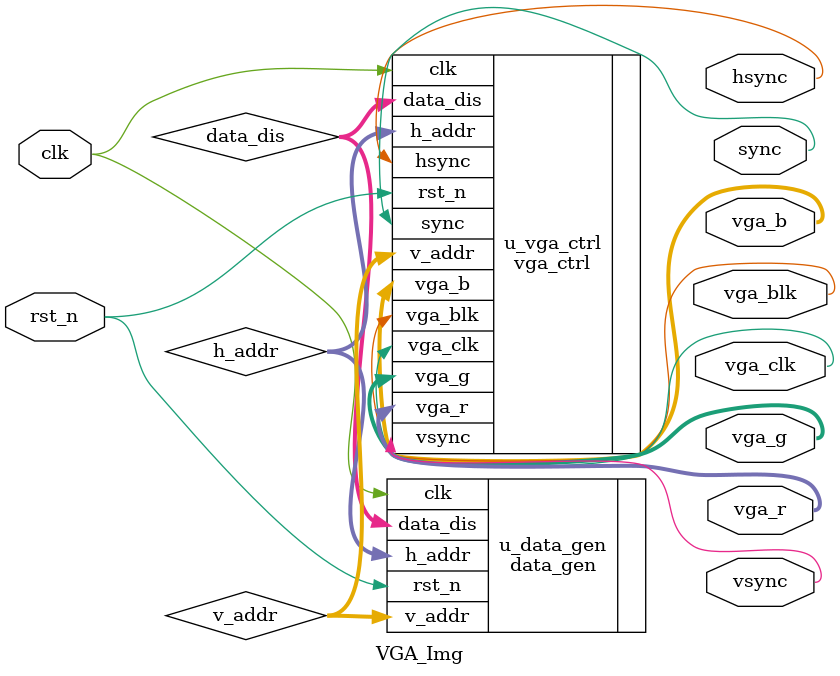
<source format=v>
 module VGA_Img( 
     input                  clk     ,//时钟信号
     input                  rst_n   ,//复位信号
     
     output  wire           hsync   ,//
     output  wire           vsync   ,// 
     output  wire           sync    ,
     output  wire [7:0]     vga_r   ,//三通道,红色
     output  wire [7:0]     vga_g   ,//三通道,绿色
     output  wire [7:0]     vga_b   ,//三通道,蓝色 
     output  wire           vga_blk ,
     output  wire           vga_clk 
     
   );           
     wire         [10:0]    h_addr  ;//数据有效显示区域行地址
     wire         [10:0]    v_addr  ;//数据有效显示区域场地址  
     wire         [23:0]    data_dis;
 //例化
  data_gen u_data_gen(
     .clk       (clk     ) ,//时钟信号
     .rst_n     (rst_n   ) ,//复位信号
     .h_addr    (h_addr  ) ,//数据有效显示区域行地址
     .v_addr    (v_addr  ) ,//数据有效显示区域场地址
     .data_dis  (data_dis) //需要显示的信号 
  );
 //例化
   vga_ctrl u_vga_ctrl(
     .clk       (clk     ) ,//时钟信号
     .rst_n     (rst_n   ) ,//复位信号
     .data_dis  (data_dis) ,//需要显示的信号
     .h_addr    (h_addr  ) ,//数据有效显示区域行地址
     .v_addr    (v_addr  ) ,//数据有效显示区域场地址
     .hsync     (hsync   ) ,//
     .vsync     (vsync   ) ,//
     .sync      (sync    ) ,
     .vga_r     (vga_r   ) ,//三通道,红色
     .vga_g     (vga_g   ) ,//三通道,绿色
     .vga_b     (vga_b   ) ,//三通道,蓝色
     .vga_blk   (vga_blk ) ,
     .vga_clk   (vga_clk )  //显示器显示时钟         
 );

 endmodule

</source>
